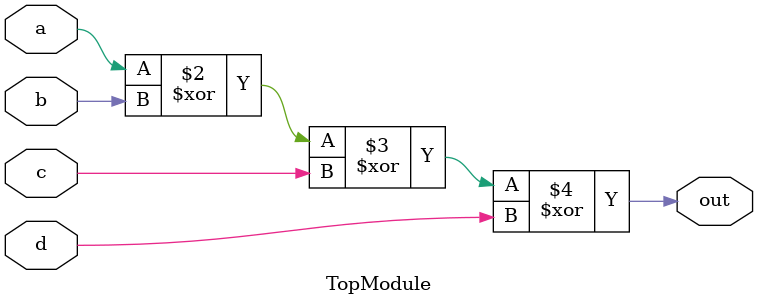
<source format=sv>

module TopModule (
  input a,
  input b,
  input c,
  input d,
  output reg out
);
always_comb begin
    out = a ^ b ^ c ^ d;
end

endmodule

</source>
